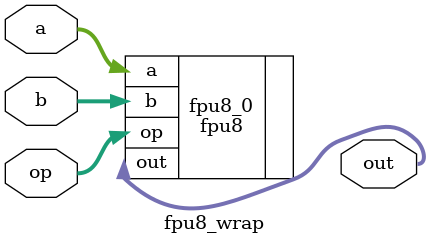
<source format=v>
`default_nettype none

module fpu8_wrap(
`ifdef USE_POWER_PINS
    inout vdd,		// User area 5.0V supply
    inout vss,		// User area ground
`endif
  input wire [2:0] op,
  input wire [7:0] a,
  input wire [7:0] b,
  output wire [7:0] out
);

fpu8 fpu8_0(
	.op(op),
	.a(a),
	.b(b),
	.out(out)
);
   
endmodule // fpu8
`default_nettype wire

</source>
